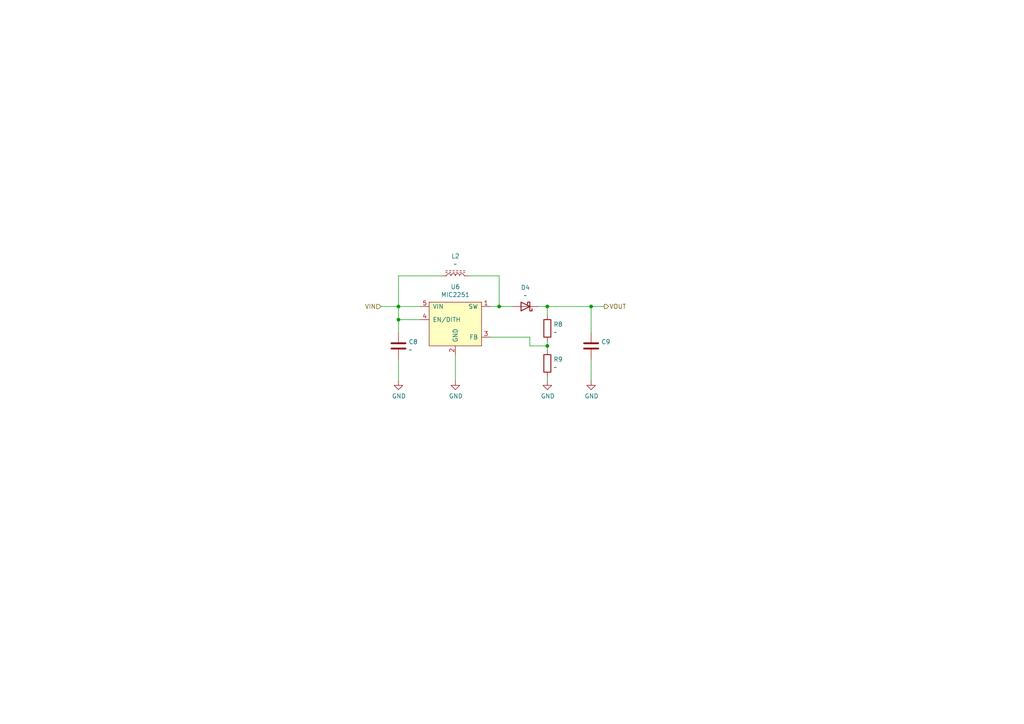
<source format=kicad_sch>
(kicad_sch (version 20211123) (generator eeschema)
  (paper "A4")
  (title_block (title "GPS_CHECK") (date "2022-04-10") (rev "v1.0.0"))
  (lib_symbols
    (symbol "Device:C" (pin_numbers hide) (pin_names (offset 0.254))
      (property "Reference" "C" (at 0.635 2.54 0))
      (property "Value" "C" (at 0.635 -2.54 0))
      (symbol "C_0_1"
        (polyline (pts (xy -2.032 -0.762) (xy 2.032 -0.762)) (stroke (width 0.508)))
        (polyline (pts (xy -2.032 0.762) (xy 2.032 0.762)) (stroke (width 0.508)))
      )
      (symbol "C_1_1"
        (pin passive line (at 0 3.81 270) (length 2.794) (name "~") (number "1"))
        (pin passive line (at 0 -3.81 90) (length 2.794) (name "~") (number "2"))
      )
    )
    (symbol "Device:D_Schottky" (pin_numbers hide) (pin_names (offset 1.016) hide)
      (property "Reference" "D" (at 0 2.54 0))
      (property "Value" "D_Schottky" (at 0 -2.54 0))
      (symbol "D_Schottky_0_1"
        (polyline (pts (xy 1.27 0) (xy -1.27 0)))
        (polyline (pts (xy 1.27 1.27) (xy 1.27 -1.27) (xy -1.27 0) (xy 1.27 1.27)) (stroke (width 0.254)))
        (polyline (pts (xy -1.905 0.635) (xy -1.905 1.27) (xy -1.27 1.27) (xy -1.27 -1.27) (xy -0.635 -1.27) (xy -0.635 -0.635)) (stroke (width 0.254)))
      )
      (symbol "D_Schottky_1_1"
        (pin passive line (at -3.81 0 0) (length 2.54) (name "K") (number "1"))
        (pin passive line (at 3.81 0 180) (length 2.54) (name "A") (number "2"))
      )
    )
    (symbol "Device:L_Ferrite" (pin_numbers hide) (pin_names (offset 1.016) hide)
      (property "Reference" "L" (at -1.27 0 90))
      (property "Value" "L_Ferrite" (at 2.794 0 90))
      (symbol "L_Ferrite_0_1"
        (arc (start 0 -2.54) (mid 0.635 -1.905) (end 0 -1.27))
        (arc (start 0 -1.27) (mid 0.635 -0.635) (end 0 0))
        (polyline (pts (xy 1.016 -2.794) (xy 1.016 -2.286)))
        (polyline (pts (xy 1.016 -1.778) (xy 1.016 -1.27)))
        (polyline (pts (xy 1.016 -0.762) (xy 1.016 -0.254)))
        (polyline (pts (xy 1.016 0.254) (xy 1.016 0.762)))
        (polyline (pts (xy 1.016 1.27) (xy 1.016 1.778)))
        (polyline (pts (xy 1.016 2.286) (xy 1.016 2.794)))
        (polyline (pts (xy 1.524 -2.286) (xy 1.524 -2.794)))
        (polyline (pts (xy 1.524 -1.27) (xy 1.524 -1.778)))
        (polyline (pts (xy 1.524 -0.254) (xy 1.524 -0.762)))
        (polyline (pts (xy 1.524 0.762) (xy 1.524 0.254)))
        (polyline (pts (xy 1.524 1.778) (xy 1.524 1.27)))
        (polyline (pts (xy 1.524 2.794) (xy 1.524 2.286)))
        (arc (start 0 0) (mid 0.635 0.635) (end 0 1.27))
        (arc (start 0 1.27) (mid 0.635 1.905) (end 0 2.54))
      )
      (symbol "L_Ferrite_1_1"
        (pin passive line (at 0 3.81 270) (length 1.27) (name "1") (number "1"))
        (pin passive line (at 0 -3.81 90) (length 1.27) (name "2") (number "2"))
      )
    )
    (symbol "Device:R" (pin_numbers hide) (pin_names (offset 0))
      (property "Reference" "R" (at 2.032 0 90))
      (property "Value" "R" (at 0 0 90))
      (symbol "R_0_1"
        (rectangle (start -1.016 -2.54) (end 1.016 2.54) (stroke (width 0.254)))
      )
      (symbol "R_1_1"
        (pin passive line (at 0 3.81 270) (length 1.27) (name "~") (number "1"))
        (pin passive line (at 0 -3.81 90) (length 1.27) (name "~") (number "2"))
      )
    )
    (symbol "cargadorDeBateriasLitIon-rescue:MIC2251-MSS_SourceSwitch" (pin_names (offset 1.016))
      (property "Reference" "U" (at -6.35 -7.62 0))
      (property "Value" "MIC2251-MSS_SourceSwitch" (at 0 7.62 0))
      (symbol "MIC2251-MSS_SourceSwitch_0_0"
        (pin output line (at 10.16 5.08 180) (length 2.54) (name "SW") (number "1"))
        (pin passive line (at 0 -8.89 90) (length 2.54) (name "GND") (number "2"))
        (pin input line (at 10.16 -3.81 180) (length 2.54) (name "FB") (number "3"))
        (pin input line (at -10.16 1.27 0) (length 2.54) (name "EN/DITH") (number "4"))
        (pin power_in line (at -10.16 5.08 0) (length 2.54) (name "VIN") (number "5"))
      )
      (symbol "MIC2251-MSS_SourceSwitch_0_1"
        (rectangle (start 7.62 6.35) (end -7.62 -6.35) (fill (type background)))
      )
    )
    (symbol "power:GND" (power) (pin_names (offset 0))
      (property "Value" "GND" (at 0 -3.81 0))
      (symbol "GND_0_1"
        (polyline (pts (xy 0 0) (xy 0 -1.27) (xy 1.27 -1.27) (xy 0 -2.54) (xy -1.27 -1.27) (xy 0 -1.27)))
      )
      (symbol "GND_1_1"
        (pin power_in line (at 0 0 270) (length 0) hide (name "GND") (number "1"))
      )
    )
  )
  (junction (at 171.45 88.9))
  (junction (at 158.75 88.9))
  (junction (at 115.57 92.71))
  (junction (at 158.75 100.33))
  (junction (at 115.57 88.9))
  (junction (at 144.78 88.9))
  (wire (pts (xy 175.26 88.9) (xy 171.45 88.9)))
  (wire (pts (xy 110.49 88.9) (xy 115.57 88.9)))
  (wire (pts (xy 158.75 88.9) (xy 156.21 88.9)))
  (wire (pts (xy 121.92 92.71) (xy 115.57 92.71)))
  (wire (pts (xy 135.89 80.01) (xy 144.78 80.01)))
  (wire (pts (xy 144.78 80.01) (xy 144.78 88.9)))
  (wire (pts (xy 158.75 100.33) (xy 158.75 101.6)))
  (wire (pts (xy 115.57 110.49) (xy 115.57 104.14)))
  (wire (pts (xy 128.27 80.01) (xy 115.57 80.01)))
  (wire (pts (xy 153.67 100.33) (xy 158.75 100.33)))
  (wire (pts (xy 171.45 96.52) (xy 171.45 88.9)))
  (wire (pts (xy 158.75 99.06) (xy 158.75 100.33)))
  (wire (pts (xy 171.45 110.49) (xy 171.45 104.14)))
  (wire (pts (xy 153.67 97.79) (xy 153.67 100.33)))
  (wire (pts (xy 115.57 80.01) (xy 115.57 88.9)))
  (wire (pts (xy 144.78 88.9) (xy 142.24 88.9)))
  (wire (pts (xy 171.45 88.9) (xy 158.75 88.9)))
  (wire (pts (xy 115.57 88.9) (xy 121.92 88.9)))
  (wire (pts (xy 158.75 91.44) (xy 158.75 88.9)))
  (wire (pts (xy 115.57 92.71) (xy 115.57 88.9)))
  (wire (pts (xy 142.24 97.79) (xy 153.67 97.79)))
  (wire (pts (xy 132.08 110.49) (xy 132.08 102.87)))
  (wire (pts (xy 148.59 88.9) (xy 144.78 88.9)))
  (wire (pts (xy 115.57 96.52) (xy 115.57 92.71)))
  (wire (pts (xy 158.75 110.49) (xy 158.75 109.22)))
  (hierarchical_label "VOUT" (shape output) (at 175.26 88.9 0))
  (hierarchical_label "VIN" (shape input) (at 110.49 88.9 180))
  (symbol (lib_id "cargadorDeBateriasLitIon-rescue:MIC2251-MSS_SourceSwitch") (at 132.08 93.98 0) (unit 1)
    (property "Reference" "U6" (at 132.08 83.185 0))
    (property "Value" "MIC2251" (at 132.08 85.4964 0))
    (property "Footprint" "Package_TO_SOT_SMD:SOT-23-5" (effects hide))
    (property "Datasheet" "https://www.mouser.pe/datasheet/2/268/mic2251-1082660.pdf" (effects hide))
    (property "Mfg Part #" "MIC2251-1YD5-TR" (effects hide))
  )
  (symbol (lib_id "Device:C") (at 115.57 100.33 0) (unit 1)
    (property "Reference" "C8" (at 118.491 99.1616 0) (effects (justify left)))
    (property "Value" "~" (at 118.491 101.473 0) (effects (justify left)))
    (property "Footprint" "Capacitor_SMD:C_0603_1608Metric" (effects hide))
    (property "Mfg Part #" "GRM21BR61E106KA73L" (effects hide))
  )
  (symbol (lib_id "Device:L_Ferrite") (at 132.08 80.01 90) (unit 1)
    (property "Reference" "L2" (at 132.08 74.295 90))
    (property "Value" "~" (at 132.08 76.6064 90))
    (property "Footprint" "MSS_Devices:L_Bourns_SDR0403" (effects hide))
    (property "Mfg Part #" "SDR0403-100ML" (effects hide))
  )
  (symbol (lib_id "Device:D_Schottky") (at 152.4 88.9 180) (unit 1)
    (property "Reference" "D4" (at 152.4 83.3882 0))
    (property "Value" "~" (at 152.4 85.6996 0))
    (property "Footprint" "Diode_SMD:D_SOD-123" (effects hide))
    (property "Mfg Part #" "SM5819PL-TP" (effects hide))
  )
  (symbol (lib_id "Device:C") (at 171.45 100.33 0) (unit 1)
    (property "Reference" "C9" (at 174.371 99.1616 0) (effects (justify left)))
  )
  (symbol (lib_id "Device:R") (at 158.75 95.25 0) (mirror y) (unit 1)
    (property "Reference" "R8" (at 160.528 94.0816 0) (effects (justify right)))
    (property "Value" "~" (at 160.528 96.393 0) (effects (justify right)))
    (property "Footprint" "Resistor_SMD:R_0603_1608Metric" (effects hide))
    (property "Mfg Part #" "RC0603FR-07100KL" (effects hide))
  )
  (symbol (lib_id "Device:R") (at 158.75 105.41 0) (mirror y) (unit 1)
    (property "Reference" "R9" (at 160.528 104.2416 0) (effects (justify right)))
    (property "Value" "~" (at 160.528 106.553 0) (effects (justify right)))
    (property "Footprint" "Resistor_SMD:R_0603_1608Metric" (effects hide))
    (property "Mfg Part #" "RC0603FR-0733KL" (effects hide))
  )
  (symbol (lib_id "power:GND") (at 158.75 110.49 0) (unit 1)
    (property "Reference" "#PWR026" (effects hide))
    (property "Value" "~" (at 158.877 114.8842 0))
  )
  (symbol (lib_id "power:GND") (at 132.08 110.49 0) (unit 1)
    (property "Reference" "#PWR025" (effects hide))
    (property "Value" "~" (at 132.207 114.8842 0))
  )
  (symbol (lib_id "power:GND") (at 171.45 110.49 0) (unit 1)
    (property "Reference" "#PWR027" (effects hide))
    (property "Value" "~" (at 171.577 114.8842 0))
  )
  (symbol (lib_id "power:GND") (at 115.57 110.49 0) (unit 1)
    (property "Reference" "#PWR024" (effects hide))
    (property "Value" "~" (at 115.697 114.8842 0))
  )
)
</source>
